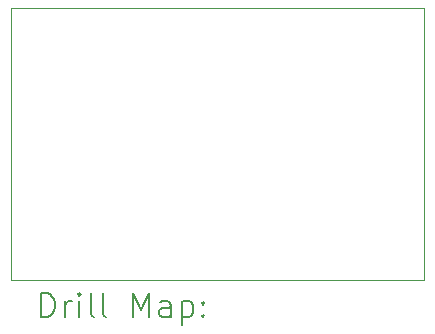
<source format=gbr>
%TF.GenerationSoftware,KiCad,Pcbnew,7.0.9*%
%TF.CreationDate,2023-11-29T13:30:09+01:00*%
%TF.ProjectId,Wzmacniacz r__nicowy do PW3015 ver.3,577a6d61-636e-4696-9163-7a2072f37c6e,rev?*%
%TF.SameCoordinates,Original*%
%TF.FileFunction,Drillmap*%
%TF.FilePolarity,Positive*%
%FSLAX45Y45*%
G04 Gerber Fmt 4.5, Leading zero omitted, Abs format (unit mm)*
G04 Created by KiCad (PCBNEW 7.0.9) date 2023-11-29 13:30:09*
%MOMM*%
%LPD*%
G01*
G04 APERTURE LIST*
%ADD10C,0.100000*%
%ADD11C,0.200000*%
G04 APERTURE END LIST*
D10*
X16400000Y-9000000D02*
X19900000Y-9000000D01*
X19900000Y-11300000D01*
X16400000Y-11300000D01*
X16400000Y-9000000D01*
D11*
X16655777Y-11616484D02*
X16655777Y-11416484D01*
X16655777Y-11416484D02*
X16703396Y-11416484D01*
X16703396Y-11416484D02*
X16731967Y-11426008D01*
X16731967Y-11426008D02*
X16751015Y-11445055D01*
X16751015Y-11445055D02*
X16760539Y-11464103D01*
X16760539Y-11464103D02*
X16770062Y-11502198D01*
X16770062Y-11502198D02*
X16770062Y-11530769D01*
X16770062Y-11530769D02*
X16760539Y-11568865D01*
X16760539Y-11568865D02*
X16751015Y-11587912D01*
X16751015Y-11587912D02*
X16731967Y-11606960D01*
X16731967Y-11606960D02*
X16703396Y-11616484D01*
X16703396Y-11616484D02*
X16655777Y-11616484D01*
X16855777Y-11616484D02*
X16855777Y-11483150D01*
X16855777Y-11521246D02*
X16865301Y-11502198D01*
X16865301Y-11502198D02*
X16874824Y-11492674D01*
X16874824Y-11492674D02*
X16893872Y-11483150D01*
X16893872Y-11483150D02*
X16912920Y-11483150D01*
X16979586Y-11616484D02*
X16979586Y-11483150D01*
X16979586Y-11416484D02*
X16970063Y-11426008D01*
X16970063Y-11426008D02*
X16979586Y-11435531D01*
X16979586Y-11435531D02*
X16989110Y-11426008D01*
X16989110Y-11426008D02*
X16979586Y-11416484D01*
X16979586Y-11416484D02*
X16979586Y-11435531D01*
X17103396Y-11616484D02*
X17084348Y-11606960D01*
X17084348Y-11606960D02*
X17074824Y-11587912D01*
X17074824Y-11587912D02*
X17074824Y-11416484D01*
X17208158Y-11616484D02*
X17189110Y-11606960D01*
X17189110Y-11606960D02*
X17179586Y-11587912D01*
X17179586Y-11587912D02*
X17179586Y-11416484D01*
X17436729Y-11616484D02*
X17436729Y-11416484D01*
X17436729Y-11416484D02*
X17503396Y-11559341D01*
X17503396Y-11559341D02*
X17570063Y-11416484D01*
X17570063Y-11416484D02*
X17570063Y-11616484D01*
X17751015Y-11616484D02*
X17751015Y-11511722D01*
X17751015Y-11511722D02*
X17741491Y-11492674D01*
X17741491Y-11492674D02*
X17722444Y-11483150D01*
X17722444Y-11483150D02*
X17684348Y-11483150D01*
X17684348Y-11483150D02*
X17665301Y-11492674D01*
X17751015Y-11606960D02*
X17731967Y-11616484D01*
X17731967Y-11616484D02*
X17684348Y-11616484D01*
X17684348Y-11616484D02*
X17665301Y-11606960D01*
X17665301Y-11606960D02*
X17655777Y-11587912D01*
X17655777Y-11587912D02*
X17655777Y-11568865D01*
X17655777Y-11568865D02*
X17665301Y-11549817D01*
X17665301Y-11549817D02*
X17684348Y-11540293D01*
X17684348Y-11540293D02*
X17731967Y-11540293D01*
X17731967Y-11540293D02*
X17751015Y-11530769D01*
X17846253Y-11483150D02*
X17846253Y-11683150D01*
X17846253Y-11492674D02*
X17865301Y-11483150D01*
X17865301Y-11483150D02*
X17903396Y-11483150D01*
X17903396Y-11483150D02*
X17922444Y-11492674D01*
X17922444Y-11492674D02*
X17931967Y-11502198D01*
X17931967Y-11502198D02*
X17941491Y-11521246D01*
X17941491Y-11521246D02*
X17941491Y-11578388D01*
X17941491Y-11578388D02*
X17931967Y-11597436D01*
X17931967Y-11597436D02*
X17922444Y-11606960D01*
X17922444Y-11606960D02*
X17903396Y-11616484D01*
X17903396Y-11616484D02*
X17865301Y-11616484D01*
X17865301Y-11616484D02*
X17846253Y-11606960D01*
X18027205Y-11597436D02*
X18036729Y-11606960D01*
X18036729Y-11606960D02*
X18027205Y-11616484D01*
X18027205Y-11616484D02*
X18017682Y-11606960D01*
X18017682Y-11606960D02*
X18027205Y-11597436D01*
X18027205Y-11597436D02*
X18027205Y-11616484D01*
X18027205Y-11492674D02*
X18036729Y-11502198D01*
X18036729Y-11502198D02*
X18027205Y-11511722D01*
X18027205Y-11511722D02*
X18017682Y-11502198D01*
X18017682Y-11502198D02*
X18027205Y-11492674D01*
X18027205Y-11492674D02*
X18027205Y-11511722D01*
M02*

</source>
